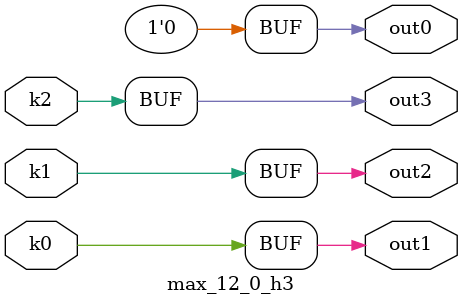
<source format=v>
module max_12_0(pi0, pi1, pi2, pi3, pi4, pi5, pi6, po0, po1, po2, po3);
input pi0, pi1, pi2, pi3, pi4, pi5, pi6;
output po0, po1, po2, po3;
wire k0, k1, k2;
max_12_0_w3 DUT1 (pi0, pi1, pi2, pi3, pi4, pi5, pi6, k0, k1, k2);
max_12_0_h3 DUT2 (k0, k1, k2, po0, po1, po2, po3);
endmodule

module max_12_0_w3(in6, in5, in4, in3, in2, in1, in0, k2, k1, k0);
input in6, in5, in4, in3, in2, in1, in0;
output k2, k1, k0;
assign k0 =   in3 ? in1 : in6;
assign k1 =   ~in4 & ((((~in6 & (~in2 | in1)) | (~in2 & in1)) & (~in5 | in0)) | (~in5 & in0));
assign k2 =   in3;
endmodule

module max_12_0_h3(k2, k1, k0, out3, out2, out1, out0);
input k2, k1, k0;
output out3, out2, out1, out0;
assign out0 = 0;
assign out1 = k0;
assign out2 = k1;
assign out3 = k2;
endmodule

</source>
